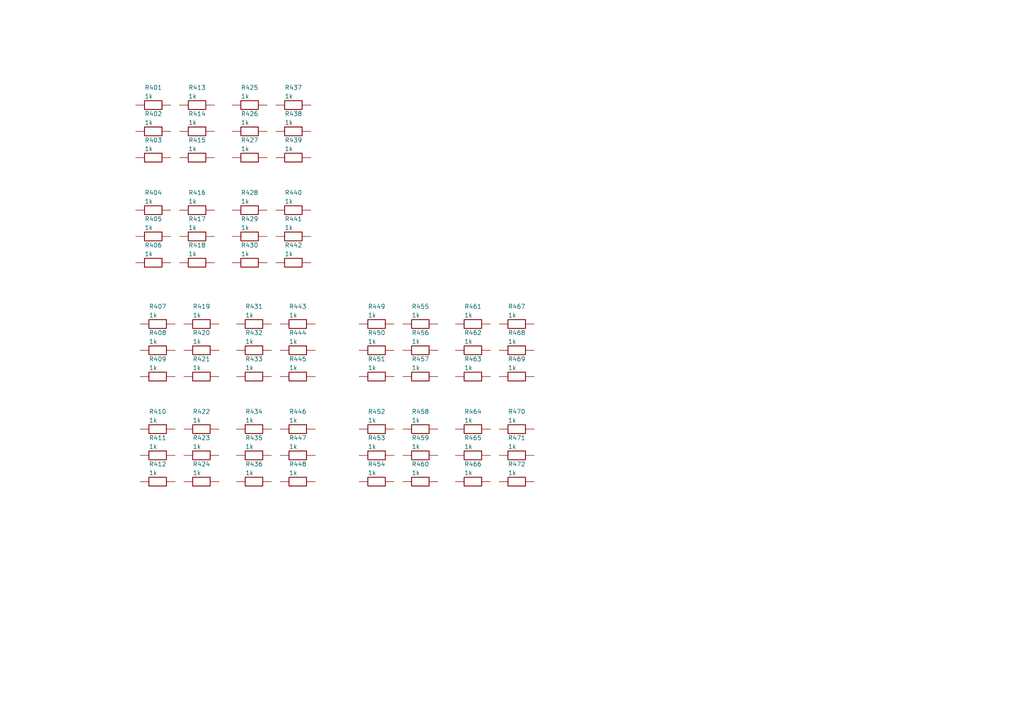
<source format=kicad_sch>
(kicad_sch (version 20211123) (generator eeschema)
  (paper "A4")
  (lib_symbols
    (symbol "Passives:R1206" (pin_numbers hide) (pin_names (offset 0))
      (property "Reference" "R" (at -2.54 5.08 0))
      (property "Value" "R1206" (at -2.54 2.54 0))
      (symbol "R1206_0_1"
        (polyline (pts (xy 2.54 1.27) (xy 2.54 -1.27) (xy -2.54 -1.27) (xy -2.54 1.27) (xy 2.54 1.27)) (stroke (width 0.254)))
      )
      (symbol "R1206_1_1"
        (pin passive line (at -5.08 0 0) (length 2.54) (name "~") (number "1"))
        (pin passive line (at 5.08 0 180) (length 2.54) (name "~") (number "2"))
      )
    )
  )
  (symbol (lib_id "Passives:R1206") (at 58.42 93.98 0)
    (property "Reference" "R419" (at 55.88 88.9 0) (effects (justify left)))
    (property "Value" "1k" (at 55.88 91.44 0) (effects (justify left)))
    (property "Footprint" "Passives:R1206M" (effects hide))
  )
  (symbol (lib_id "Passives:R1206") (at 44.45 60.96 0)
    (property "Reference" "R404" (at 41.91 55.88 0) (effects (justify left)))
    (property "Value" "1k" (at 41.91 58.42 0) (effects (justify left)))
    (property "Footprint" "Passives:R1206M" (effects hide))
  )
  (symbol (lib_id "Passives:R1206") (at 45.72 124.46 0)
    (property "Reference" "R410" (at 43.18 119.38 0) (effects (justify left)))
    (property "Value" "1k" (at 43.18 121.92 0) (effects (justify left)))
    (property "Footprint" "Passives:R1206M" (effects hide))
  )
  (symbol (lib_id "Passives:R1206") (at 44.45 38.1 0)
    (property "Reference" "R402" (at 41.91 33.02 0) (effects (justify left)))
    (property "Value" "1k" (at 41.91 35.56 0) (effects (justify left)))
    (property "Footprint" "Passives:R1206M" (effects hide))
  )
  (symbol (lib_id "Passives:R1206") (at 137.16 93.98 0)
    (property "Reference" "R461" (at 134.62 88.9 0) (effects (justify left)))
    (property "Value" "1k" (at 134.62 91.44 0) (effects (justify left)))
    (property "Footprint" "Passives:R1206M" (effects hide))
  )
  (symbol (lib_id "Passives:R1206") (at 44.45 30.48 0)
    (property "Reference" "R401" (at 41.91 25.4 0) (effects (justify left)))
    (property "Value" "1k" (at 41.91 27.94 0) (effects (justify left)))
    (property "Footprint" "Passives:R1206M" (effects hide))
  )
  (symbol (lib_id "Passives:R1206") (at 85.09 38.1 0)
    (property "Reference" "R438" (at 82.55 33.02 0) (effects (justify left)))
    (property "Value" "1k" (at 82.55 35.56 0) (effects (justify left)))
    (property "Footprint" "Passives:R1206M" (effects hide))
  )
  (symbol (lib_id "Passives:R1206") (at 72.39 30.48 0)
    (property "Reference" "R425" (at 69.85 25.4 0) (effects (justify left)))
    (property "Value" "1k" (at 69.85 27.94 0) (effects (justify left)))
    (property "Footprint" "Passives:R1206M" (effects hide))
  )
  (symbol (lib_id "Passives:R1206") (at 85.09 76.2 0)
    (property "Reference" "R442" (at 82.55 71.12 0) (effects (justify left)))
    (property "Value" "1k" (at 82.55 73.66 0) (effects (justify left)))
    (property "Footprint" "Passives:R1206M" (effects hide))
  )
  (symbol (lib_id "Passives:R1206") (at 57.15 38.1 0)
    (property "Reference" "R414" (at 54.61 33.02 0) (effects (justify left)))
    (property "Value" "1k" (at 54.61 35.56 0) (effects (justify left)))
    (property "Footprint" "Passives:R1206M" (effects hide))
  )
  (symbol (lib_id "Passives:R1206") (at 58.42 132.08 0)
    (property "Reference" "R423" (at 55.88 127 0) (effects (justify left)))
    (property "Value" "1k" (at 55.88 129.54 0) (effects (justify left)))
    (property "Footprint" "Passives:R1206M" (effects hide))
  )
  (symbol (lib_id "Passives:R1206") (at 72.39 68.58 0)
    (property "Reference" "R429" (at 69.85 63.5 0) (effects (justify left)))
    (property "Value" "1k" (at 69.85 66.04 0) (effects (justify left)))
    (property "Footprint" "Passives:R1206M" (effects hide))
  )
  (symbol (lib_id "Passives:R1206") (at 121.92 109.22 0)
    (property "Reference" "R457" (at 119.38 104.14 0) (effects (justify left)))
    (property "Value" "1k" (at 119.38 106.68 0) (effects (justify left)))
    (property "Footprint" "Passives:R1206M" (effects hide))
  )
  (symbol (lib_id "Passives:R1206") (at 149.86 93.98 0)
    (property "Reference" "R467" (at 147.32 88.9 0) (effects (justify left)))
    (property "Value" "1k" (at 147.32 91.44 0) (effects (justify left)))
    (property "Footprint" "Passives:R1206M" (effects hide))
  )
  (symbol (lib_id "Passives:R1206") (at 86.36 101.6 0)
    (property "Reference" "R444" (at 83.82 96.52 0) (effects (justify left)))
    (property "Value" "1k" (at 83.82 99.06 0) (effects (justify left)))
    (property "Footprint" "Passives:R1206M" (effects hide))
  )
  (symbol (lib_id "Passives:R1206") (at 109.22 109.22 0)
    (property "Reference" "R451" (at 106.68 104.14 0) (effects (justify left)))
    (property "Value" "1k" (at 106.68 106.68 0) (effects (justify left)))
    (property "Footprint" "Passives:R1206M" (effects hide))
  )
  (symbol (lib_id "Passives:R1206") (at 121.92 124.46 0)
    (property "Reference" "R458" (at 119.38 119.38 0) (effects (justify left)))
    (property "Value" "1k" (at 119.38 121.92 0) (effects (justify left)))
    (property "Footprint" "Passives:R1206M" (effects hide))
  )
  (symbol (lib_id "Passives:R1206") (at 45.72 109.22 0)
    (property "Reference" "R409" (at 43.18 104.14 0) (effects (justify left)))
    (property "Value" "1k" (at 43.18 106.68 0) (effects (justify left)))
    (property "Footprint" "Passives:R1206M" (effects hide))
  )
  (symbol (lib_id "Passives:R1206") (at 73.66 101.6 0)
    (property "Reference" "R432" (at 71.12 96.52 0) (effects (justify left)))
    (property "Value" "1k" (at 71.12 99.06 0) (effects (justify left)))
    (property "Footprint" "Passives:R1206M" (effects hide))
  )
  (symbol (lib_id "Passives:R1206") (at 86.36 132.08 0)
    (property "Reference" "R447" (at 83.82 127 0) (effects (justify left)))
    (property "Value" "1k" (at 83.82 129.54 0) (effects (justify left)))
    (property "Footprint" "Passives:R1206M" (effects hide))
  )
  (symbol (lib_id "Passives:R1206") (at 109.22 93.98 0)
    (property "Reference" "R449" (at 106.68 88.9 0) (effects (justify left)))
    (property "Value" "1k" (at 106.68 91.44 0) (effects (justify left)))
    (property "Footprint" "Passives:R1206M" (effects hide))
  )
  (symbol (lib_id "Passives:R1206") (at 57.15 60.96 0)
    (property "Reference" "R416" (at 54.61 55.88 0) (effects (justify left)))
    (property "Value" "1k" (at 54.61 58.42 0) (effects (justify left)))
    (property "Footprint" "Passives:R1206M" (effects hide))
  )
  (symbol (lib_id "Passives:R1206") (at 149.86 139.7 0)
    (property "Reference" "R472" (at 147.32 134.62 0) (effects (justify left)))
    (property "Value" "1k" (at 147.32 137.16 0) (effects (justify left)))
    (property "Footprint" "Passives:R1206M" (effects hide))
  )
  (symbol (lib_id "Passives:R1206") (at 121.92 101.6 0)
    (property "Reference" "R456" (at 119.38 96.52 0) (effects (justify left)))
    (property "Value" "1k" (at 119.38 99.06 0) (effects (justify left)))
    (property "Footprint" "Passives:R1206M" (effects hide))
  )
  (symbol (lib_id "Passives:R1206") (at 44.45 68.58 0)
    (property "Reference" "R405" (at 41.91 63.5 0) (effects (justify left)))
    (property "Value" "1k" (at 41.91 66.04 0) (effects (justify left)))
    (property "Footprint" "Passives:R1206M" (effects hide))
  )
  (symbol (lib_id "Passives:R1206") (at 57.15 30.48 0)
    (property "Reference" "R413" (at 54.61 25.4 0) (effects (justify left)))
    (property "Value" "1k" (at 54.61 27.94 0) (effects (justify left)))
    (property "Footprint" "Passives:R1206M" (effects hide))
  )
  (symbol (lib_id "Passives:R1206") (at 57.15 68.58 0)
    (property "Reference" "R417" (at 54.61 63.5 0) (effects (justify left)))
    (property "Value" "1k" (at 54.61 66.04 0) (effects (justify left)))
    (property "Footprint" "Passives:R1206M" (effects hide))
  )
  (symbol (lib_id "Passives:R1206") (at 73.66 132.08 0)
    (property "Reference" "R435" (at 71.12 127 0) (effects (justify left)))
    (property "Value" "1k" (at 71.12 129.54 0) (effects (justify left)))
    (property "Footprint" "Passives:R1206M" (effects hide))
  )
  (symbol (lib_id "Passives:R1206") (at 85.09 45.72 0)
    (property "Reference" "R439" (at 82.55 40.64 0) (effects (justify left)))
    (property "Value" "1k" (at 82.55 43.18 0) (effects (justify left)))
    (property "Footprint" "Passives:R1206M" (effects hide))
  )
  (symbol (lib_id "Passives:R1206") (at 85.09 60.96 0)
    (property "Reference" "R440" (at 82.55 55.88 0) (effects (justify left)))
    (property "Value" "1k" (at 82.55 58.42 0) (effects (justify left)))
    (property "Footprint" "Passives:R1206M" (effects hide))
  )
  (symbol (lib_id "Passives:R1206") (at 72.39 38.1 0)
    (property "Reference" "R426" (at 69.85 33.02 0) (effects (justify left)))
    (property "Value" "1k" (at 69.85 35.56 0) (effects (justify left)))
    (property "Footprint" "Passives:R1206M" (effects hide))
  )
  (symbol (lib_id "Passives:R1206") (at 86.36 93.98 0)
    (property "Reference" "R443" (at 83.82 88.9 0) (effects (justify left)))
    (property "Value" "1k" (at 83.82 91.44 0) (effects (justify left)))
    (property "Footprint" "Passives:R1206M" (effects hide))
  )
  (symbol (lib_id "Passives:R1206") (at 58.42 109.22 0)
    (property "Reference" "R421" (at 55.88 104.14 0) (effects (justify left)))
    (property "Value" "1k" (at 55.88 106.68 0) (effects (justify left)))
    (property "Footprint" "Passives:R1206M" (effects hide))
  )
  (symbol (lib_id "Passives:R1206") (at 121.92 132.08 0)
    (property "Reference" "R459" (at 119.38 127 0) (effects (justify left)))
    (property "Value" "1k" (at 119.38 129.54 0) (effects (justify left)))
    (property "Footprint" "Passives:R1206M" (effects hide))
  )
  (symbol (lib_id "Passives:R1206") (at 73.66 93.98 0)
    (property "Reference" "R431" (at 71.12 88.9 0) (effects (justify left)))
    (property "Value" "1k" (at 71.12 91.44 0) (effects (justify left)))
    (property "Footprint" "Passives:R1206M" (effects hide))
  )
  (symbol (lib_id "Passives:R1206") (at 137.16 132.08 0)
    (property "Reference" "R465" (at 134.62 127 0) (effects (justify left)))
    (property "Value" "1k" (at 134.62 129.54 0) (effects (justify left)))
    (property "Footprint" "Passives:R1206M" (effects hide))
  )
  (symbol (lib_id "Passives:R1206") (at 44.45 76.2 0)
    (property "Reference" "R406" (at 41.91 71.12 0) (effects (justify left)))
    (property "Value" "1k" (at 41.91 73.66 0) (effects (justify left)))
    (property "Footprint" "Passives:R1206M" (effects hide))
  )
  (symbol (lib_id "Passives:R1206") (at 45.72 139.7 0)
    (property "Reference" "R412" (at 43.18 134.62 0) (effects (justify left)))
    (property "Value" "1k" (at 43.18 137.16 0) (effects (justify left)))
    (property "Footprint" "Passives:R1206M" (effects hide))
  )
  (symbol (lib_id "Passives:R1206") (at 72.39 60.96 0)
    (property "Reference" "R428" (at 69.85 55.88 0) (effects (justify left)))
    (property "Value" "1k" (at 69.85 58.42 0) (effects (justify left)))
    (property "Footprint" "Passives:R1206M" (effects hide))
  )
  (symbol (lib_id "Passives:R1206") (at 45.72 101.6 0)
    (property "Reference" "R408" (at 43.18 96.52 0) (effects (justify left)))
    (property "Value" "1k" (at 43.18 99.06 0) (effects (justify left)))
    (property "Footprint" "Passives:R1206M" (effects hide))
  )
  (symbol (lib_id "Passives:R1206") (at 45.72 93.98 0)
    (property "Reference" "R407" (at 43.18 88.9 0) (effects (justify left)))
    (property "Value" "1k" (at 43.18 91.44 0) (effects (justify left)))
    (property "Footprint" "Passives:R1206M" (effects hide))
  )
  (symbol (lib_id "Passives:R1206") (at 86.36 124.46 0)
    (property "Reference" "R446" (at 83.82 119.38 0) (effects (justify left)))
    (property "Value" "1k" (at 83.82 121.92 0) (effects (justify left)))
    (property "Footprint" "Passives:R1206M" (effects hide))
  )
  (symbol (lib_id "Passives:R1206") (at 73.66 109.22 0)
    (property "Reference" "R433" (at 71.12 104.14 0) (effects (justify left)))
    (property "Value" "1k" (at 71.12 106.68 0) (effects (justify left)))
    (property "Footprint" "Passives:R1206M" (effects hide))
  )
  (symbol (lib_id "Passives:R1206") (at 58.42 139.7 0)
    (property "Reference" "R424" (at 55.88 134.62 0) (effects (justify left)))
    (property "Value" "1k" (at 55.88 137.16 0) (effects (justify left)))
    (property "Footprint" "Passives:R1206M" (effects hide))
  )
  (symbol (lib_id "Passives:R1206") (at 121.92 139.7 0)
    (property "Reference" "R460" (at 119.38 134.62 0) (effects (justify left)))
    (property "Value" "1k" (at 119.38 137.16 0) (effects (justify left)))
    (property "Footprint" "Passives:R1206M" (effects hide))
  )
  (symbol (lib_id "Passives:R1206") (at 149.86 132.08 0)
    (property "Reference" "R471" (at 147.32 127 0) (effects (justify left)))
    (property "Value" "1k" (at 147.32 129.54 0) (effects (justify left)))
    (property "Footprint" "Passives:R1206M" (effects hide))
  )
  (symbol (lib_id "Passives:R1206") (at 109.22 101.6 0)
    (property "Reference" "R450" (at 106.68 96.52 0) (effects (justify left)))
    (property "Value" "1k" (at 106.68 99.06 0) (effects (justify left)))
    (property "Footprint" "Passives:R1206M" (effects hide))
  )
  (symbol (lib_id "Passives:R1206") (at 137.16 109.22 0)
    (property "Reference" "R463" (at 134.62 104.14 0) (effects (justify left)))
    (property "Value" "1k" (at 134.62 106.68 0) (effects (justify left)))
    (property "Footprint" "Passives:R1206M" (effects hide))
  )
  (symbol (lib_id "Passives:R1206") (at 72.39 45.72 0)
    (property "Reference" "R427" (at 69.85 40.64 0) (effects (justify left)))
    (property "Value" "1k" (at 69.85 43.18 0) (effects (justify left)))
    (property "Footprint" "Passives:R1206M" (effects hide))
  )
  (symbol (lib_id "Passives:R1206") (at 121.92 93.98 0)
    (property "Reference" "R455" (at 119.38 88.9 0) (effects (justify left)))
    (property "Value" "1k" (at 119.38 91.44 0) (effects (justify left)))
    (property "Footprint" "Passives:R1206M" (effects hide))
  )
  (symbol (lib_id "Passives:R1206") (at 86.36 109.22 0)
    (property "Reference" "R445" (at 83.82 104.14 0) (effects (justify left)))
    (property "Value" "1k" (at 83.82 106.68 0) (effects (justify left)))
    (property "Footprint" "Passives:R1206M" (effects hide))
  )
  (symbol (lib_id "Passives:R1206") (at 137.16 101.6 0)
    (property "Reference" "R462" (at 134.62 96.52 0) (effects (justify left)))
    (property "Value" "1k" (at 134.62 99.06 0) (effects (justify left)))
    (property "Footprint" "Passives:R1206M" (effects hide))
  )
  (symbol (lib_id "Passives:R1206") (at 72.39 76.2 0)
    (property "Reference" "R430" (at 69.85 71.12 0) (effects (justify left)))
    (property "Value" "1k" (at 69.85 73.66 0) (effects (justify left)))
    (property "Footprint" "Passives:R1206M" (effects hide))
  )
  (symbol (lib_id "Passives:R1206") (at 86.36 139.7 0)
    (property "Reference" "R448" (at 83.82 134.62 0) (effects (justify left)))
    (property "Value" "1k" (at 83.82 137.16 0) (effects (justify left)))
    (property "Footprint" "Passives:R1206M" (effects hide))
  )
  (symbol (lib_id "Passives:R1206") (at 109.22 132.08 0)
    (property "Reference" "R453" (at 106.68 127 0) (effects (justify left)))
    (property "Value" "1k" (at 106.68 129.54 0) (effects (justify left)))
    (property "Footprint" "Passives:R1206M" (effects hide))
  )
  (symbol (lib_id "Passives:R1206") (at 109.22 124.46 0)
    (property "Reference" "R452" (at 106.68 119.38 0) (effects (justify left)))
    (property "Value" "1k" (at 106.68 121.92 0) (effects (justify left)))
    (property "Footprint" "Passives:R1206M" (effects hide))
  )
  (symbol (lib_id "Passives:R1206") (at 73.66 124.46 0)
    (property "Reference" "R434" (at 71.12 119.38 0) (effects (justify left)))
    (property "Value" "1k" (at 71.12 121.92 0) (effects (justify left)))
    (property "Footprint" "Passives:R1206M" (effects hide))
  )
  (symbol (lib_id "Passives:R1206") (at 85.09 30.48 0)
    (property "Reference" "R437" (at 82.55 25.4 0) (effects (justify left)))
    (property "Value" "1k" (at 82.55 27.94 0) (effects (justify left)))
    (property "Footprint" "Passives:R1206M" (effects hide))
  )
  (symbol (lib_id "Passives:R1206") (at 58.42 124.46 0)
    (property "Reference" "R422" (at 55.88 119.38 0) (effects (justify left)))
    (property "Value" "1k" (at 55.88 121.92 0) (effects (justify left)))
    (property "Footprint" "Passives:R1206M" (effects hide))
  )
  (symbol (lib_id "Passives:R1206") (at 45.72 132.08 0)
    (property "Reference" "R411" (at 43.18 127 0) (effects (justify left)))
    (property "Value" "1k" (at 43.18 129.54 0) (effects (justify left)))
    (property "Footprint" "Passives:R1206M" (effects hide))
  )
  (symbol (lib_id "Passives:R1206") (at 149.86 124.46 0)
    (property "Reference" "R470" (at 147.32 119.38 0) (effects (justify left)))
    (property "Value" "1k" (at 147.32 121.92 0) (effects (justify left)))
    (property "Footprint" "Passives:R1206M" (effects hide))
  )
  (symbol (lib_id "Passives:R1206") (at 73.66 139.7 0)
    (property "Reference" "R436" (at 71.12 134.62 0) (effects (justify left)))
    (property "Value" "1k" (at 71.12 137.16 0) (effects (justify left)))
    (property "Footprint" "Passives:R1206M" (effects hide))
  )
  (symbol (lib_id "Passives:R1206") (at 58.42 101.6 0)
    (property "Reference" "R420" (at 55.88 96.52 0) (effects (justify left)))
    (property "Value" "1k" (at 55.88 99.06 0) (effects (justify left)))
    (property "Footprint" "Passives:R1206M" (effects hide))
  )
  (symbol (lib_id "Passives:R1206") (at 137.16 124.46 0)
    (property "Reference" "R464" (at 134.62 119.38 0) (effects (justify left)))
    (property "Value" "1k" (at 134.62 121.92 0) (effects (justify left)))
    (property "Footprint" "Passives:R1206M" (effects hide))
  )
  (symbol (lib_id "Passives:R1206") (at 44.45 45.72 0)
    (property "Reference" "R403" (at 41.91 40.64 0) (effects (justify left)))
    (property "Value" "1k" (at 41.91 43.18 0) (effects (justify left)))
    (property "Footprint" "Passives:R1206M" (effects hide))
  )
  (symbol (lib_id "Passives:R1206") (at 85.09 68.58 0)
    (property "Reference" "R441" (at 82.55 63.5 0) (effects (justify left)))
    (property "Value" "1k" (at 82.55 66.04 0) (effects (justify left)))
    (property "Footprint" "Passives:R1206M" (effects hide))
  )
  (symbol (lib_id "Passives:R1206") (at 149.86 109.22 0)
    (property "Reference" "R469" (at 147.32 104.14 0) (effects (justify left)))
    (property "Value" "1k" (at 147.32 106.68 0) (effects (justify left)))
    (property "Footprint" "Passives:R1206M" (effects hide))
  )
  (symbol (lib_id "Passives:R1206") (at 137.16 139.7 0)
    (property "Reference" "R466" (at 134.62 134.62 0) (effects (justify left)))
    (property "Value" "1k" (at 134.62 137.16 0) (effects (justify left)))
    (property "Footprint" "Passives:R1206M" (effects hide))
  )
  (symbol (lib_id "Passives:R1206") (at 57.15 45.72 0)
    (property "Reference" "R415" (at 54.61 40.64 0) (effects (justify left)))
    (property "Value" "1k" (at 54.61 43.18 0) (effects (justify left)))
    (property "Footprint" "Passives:R1206M" (effects hide))
  )
  (symbol (lib_id "Passives:R1206") (at 109.22 139.7 0)
    (property "Reference" "R454" (at 106.68 134.62 0) (effects (justify left)))
    (property "Value" "1k" (at 106.68 137.16 0) (effects (justify left)))
    (property "Footprint" "Passives:R1206M" (effects hide))
  )
  (symbol (lib_id "Passives:R1206") (at 149.86 101.6 0)
    (property "Reference" "R468" (at 147.32 96.52 0) (effects (justify left)))
    (property "Value" "1k" (at 147.32 99.06 0) (effects (justify left)))
    (property "Footprint" "Passives:R1206M" (effects hide))
  )
  (symbol (lib_id "Passives:R1206") (at 57.15 76.2 0)
    (property "Reference" "R418" (at 54.61 71.12 0) (effects (justify left)))
    (property "Value" "1k" (at 54.61 73.66 0) (effects (justify left)))
    (property "Footprint" "Passives:R1206M" (effects hide))
  )
)
</source>
